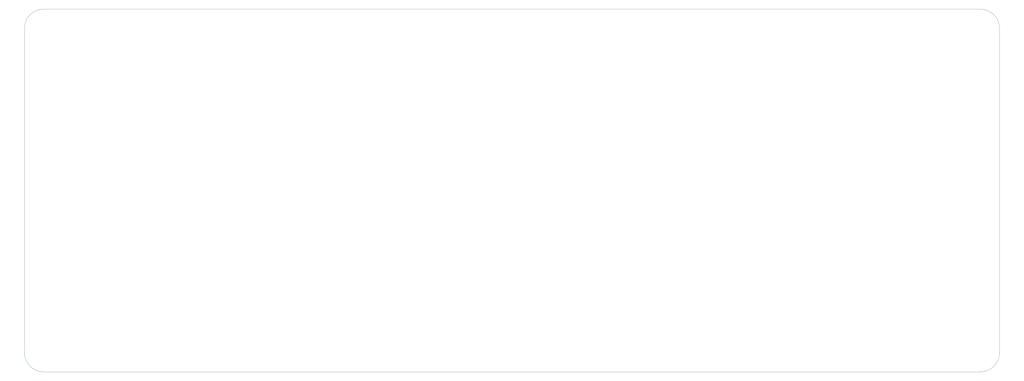
<source format=gm1>
%TF.GenerationSoftware,KiCad,Pcbnew,(5.1.6)-1*%
%TF.CreationDate,2020-08-11T21:43:52+02:00*%
%TF.ProjectId,qosmosKbBIS,716f736d-6f73-44b6-9242-49532e6b6963,rev?*%
%TF.SameCoordinates,Original*%
%TF.FileFunction,Profile,NP*%
%FSLAX46Y46*%
G04 Gerber Fmt 4.6, Leading zero omitted, Abs format (unit mm)*
G04 Created by KiCad (PCBNEW (5.1.6)-1) date 2020-08-11 21:43:52*
%MOMM*%
%LPD*%
G01*
G04 APERTURE LIST*
%TA.AperFunction,Profile*%
%ADD10C,0.050000*%
%TD*%
G04 APERTURE END LIST*
D10*
X333375000Y-26193750D02*
G75*
G02*
X340518750Y-33337500I0J-7143750D01*
G01*
X-23812500Y-154781250D02*
X-23812500Y-33337500D01*
X340518750Y-33337500D02*
X340518750Y-154781250D01*
X-23812500Y-33337500D02*
G75*
G02*
X-16668750Y-26193750I7143750J0D01*
G01*
X333375000Y-161925000D02*
X-16668750Y-161925000D01*
X-16668750Y-26193750D02*
X333375000Y-26193750D01*
X-16668750Y-161925000D02*
G75*
G02*
X-23812500Y-154781250I0J7143750D01*
G01*
X340518750Y-154781250D02*
G75*
G02*
X333375000Y-161925000I-7143750J0D01*
G01*
M02*

</source>
